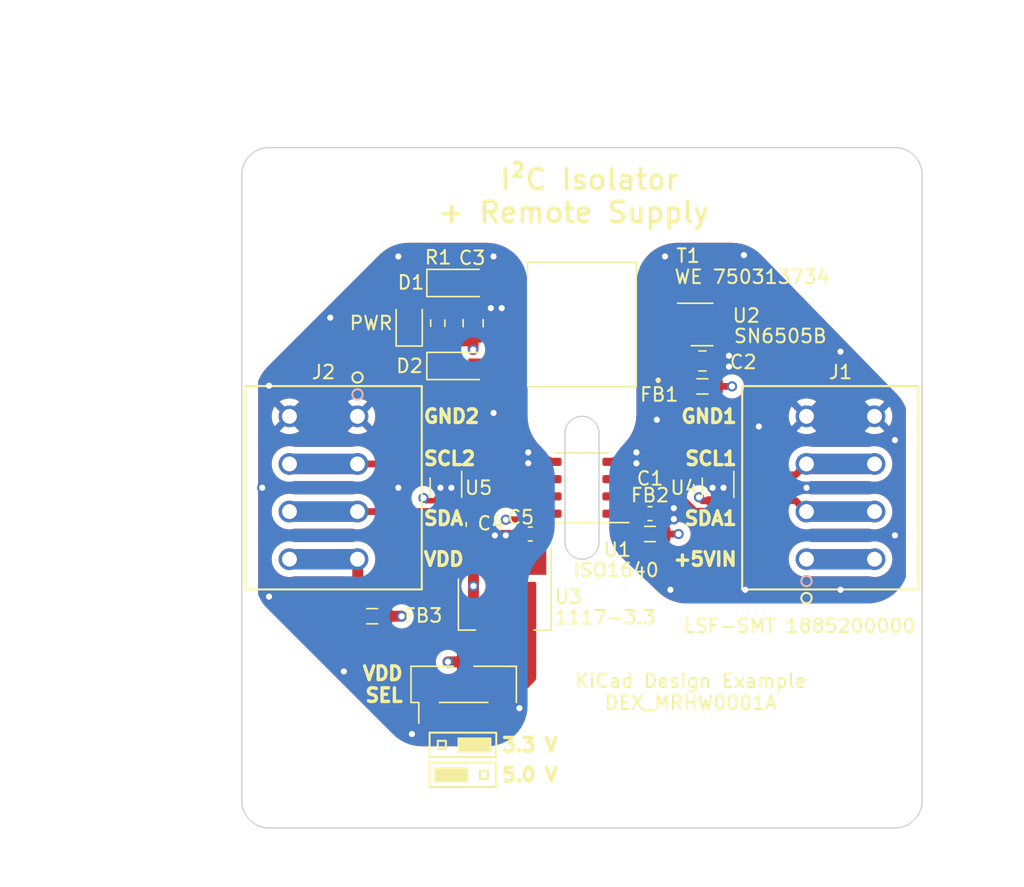
<source format=kicad_pcb>
(kicad_pcb (version 20201116) (generator pcbnew)
  (title_block (title "DEX_MRHW0001A") (date "2020-11-21") (rev "A") (comment 1 "https://github.com/MisterHW/KiCad-Design-Examples") (comment 2 "KiCad Design Example 0001: Digital Isolator"))
  (layers (0 "F.Cu" signal) (1 "In1.Cu" signal) (2 "In2.Cu" signal) (31 "B.Cu" signal) (34 "B.Paste" user) (35 "F.Paste" user) (36 "B.SilkS" user "B.Silkscreen") (37 "F.SilkS" user "F.Silkscreen") (38 "B.Mask" user) (39 "F.Mask" user) (44 "Edge.Cuts" user))
  (net 0 "")
  (net 1 "GND1")
  (net 2 "Net-(C1-Pad1)")
  (net 3 "Net-(C2-Pad2)")
  (net 4 "Net-(C3-Pad2)")
  (net 5 "/SCL1")
  (net 6 "/SDA1")
  (net 7 "Net-(D1-Pad2)")
  (net 8 "GND2")
  (net 9 "Net-(D2-Pad2)")
  (net 10 "Net-(FB1-Pad2)")
  (net 11 "Net-(C5-Pad2)")
  (net 12 "/SDA2")
  (net 13 "Net-(U2-Pad6)")
  (net 14 "/SCL2")
  (net 15 "Net-(JP1-Pad3)")
  (net 16 "Net-(FB3-Pad1)")
  (net 17 "Net-(T1-Pad3)")
  (net 18 "Net-(T1-Pad1)")
  (net 19 "Net-(U4-Pad3)")
  (net 20 "Net-(U5-Pad3)")
  (net 21 "Net-(LED1-Pad2)")
  (footprint "Diode_SMD:D_SOD-123F" (layer "F.Cu") (at 135.8 79.95)
    (fp_text reference "D1" (at -3.367 -0.035) (layer "F.SilkS"))
    (fp_text value "PMEG4010EH")
    (fp_line (start -2.2 1) (end 1.65 1) (layer "F.SilkS") (width 0.12))
    (fp_line (start -2.2 -1) (end -2.2 1) (layer "F.SilkS") (width 0.12))
    (fp_line (start -2.2 -1) (end 1.65 -1) (layer "F.SilkS") (width 0.12))
    (pad "1" smd rect (at -1.4 0) (size 1.1 1.1) (layers "F.Cu" "F.Paste" "F.Mask") (net 4 "Net-(C3-Pad2)"))
    (pad "2" smd rect (at 1.4 0) (size 1.1 1.1) (layers "F.Cu" "F.Paste" "F.Mask") (net 7 "Net-(D1-Pad2)"))
  )
  (footprint "Capacitor_SMD:C_0603_1608Metric" (layer "F.Cu") (at 141.2 98.4)
    (fp_text reference "C5" (at -0.7 -1.23) (layer "F.SilkS"))
    (fp_text value "100nF")
    (fp_line (start -0.14058 -0.51) (end 0.14058 -0.51) (layer "F.SilkS") (width 0.12))
    (fp_line (start -0.14058 0.51) (end 0.14058 0.51) (layer "F.SilkS") (width 0.12))
    (pad "1" smd roundrect (at -0.775 0) (size 0.9 0.95) (layers "F.Cu" "F.Paste" "F.Mask") (net 8 "GND2"))
    (pad "2" smd roundrect (at 0.775 0) (size 0.9 0.95) (layers "F.Cu" "F.Paste" "F.Mask") (net 11 "Net-(C5-Pad2)"))
  )
  (footprint "Resistor_SMD:R_0603_1608Metric" (layer "F.Cu") (at 134.4 82.9 90)
    (fp_text reference "R1" (at 4.83 0.025) (layer "F.SilkS"))
    (fp_text value "2.2k")
    (fp_line (start -0.237258 -0.5225) (end 0.237258 -0.5225) (layer "F.SilkS") (width 0.12))
    (fp_line (start -0.237258 0.5225) (end 0.237258 0.5225) (layer "F.SilkS") (width 0.12))
    (pad "1" smd roundrect (at -0.825 0 90) (size 0.8 0.95) (layers "F.Cu" "F.Paste" "F.Mask") (net 4 "Net-(C3-Pad2)"))
    (pad "2" smd roundrect (at 0.825 0 90) (size 0.8 0.95) (layers "F.Cu" "F.Paste" "F.Mask") (net 21 "Net-(LED1-Pad2)"))
  )
  (footprint "Capacitor_SMD:C_0805_2012Metric" (layer "F.Cu") (at 137 82.9 -90)
    (fp_text reference "C3" (at -4.795 0.075) (layer "F.SilkS"))
    (fp_text value "10uF")
    (fp_line (start -0.261252 -0.735) (end 0.261252 -0.735) (layer "F.SilkS") (width 0.12))
    (fp_line (start -0.261252 0.735) (end 0.261252 0.735) (layer "F.SilkS") (width 0.12))
    (pad "1" smd roundrect (at -0.95 0 270) (size 1 1.45) (layers "F.Cu" "F.Paste" "F.Mask") (net 8 "GND2"))
    (pad "2" smd roundrect (at 0.95 0 270) (size 1 1.45) (layers "F.Cu" "F.Paste" "F.Mask") (net 4 "Net-(C3-Pad2)"))
  )
  (footprint "Capacitor_SMD:C_0805_2012Metric" (layer "F.Cu") (at 153.85 85.68 180)
    (fp_text reference "C2" (at -3 -0.08) (layer "F.SilkS"))
    (fp_text value "10uF")
    (fp_line (start -0.261252 0.735) (end 0.261252 0.735) (layer "F.SilkS") (width 0.12))
    (fp_line (start -0.261252 -0.735) (end 0.261252 -0.735) (layer "F.SilkS") (width 0.12))
    (pad "1" smd roundrect (at -0.95 0 180) (size 1 1.45) (layers "F.Cu" "F.Paste" "F.Mask") (net 1 "GND1"))
    (pad "2" smd roundrect (at 0.95 0 180) (size 1 1.45) (layers "F.Cu" "F.Paste" "F.Mask") (net 3 "Net-(C2-Pad2)"))
  )
  (footprint "Package_TO_SOT_SMD:SOT-23-6" (layer "F.Cu") (at 153.825 83)
    (fp_text reference "U2" (at 3.25 -0.65) (layer "F.SilkS"))
    (fp_text value "SN6505B" (at 5.75 0.85) (layer "F.SilkS"))
    (fp_line (start 0 1.56) (end -0.8 1.56) (layer "F.SilkS") (width 0.12))
    (fp_line (start 0 1.56) (end 0.8 1.56) (layer "F.SilkS") (width 0.12))
    (fp_line (start 0 -1.56) (end 0.8 -1.56) (layer "F.SilkS") (width 0.12))
    (fp_line (start 0 -1.56) (end -1.8 -1.56) (layer "F.SilkS") (width 0.12))
    (pad "1" smd roundrect (at -1.1375 -0.95) (size 1.325 0.6) (layers "F.Cu" "F.Paste" "F.Mask") (net 17 "Net-(T1-Pad3)"))
    (pad "2" smd roundrect (at -1.1375 0) (size 1.325 0.6) (layers "F.Cu" "F.Paste" "F.Mask") (net 3 "Net-(C2-Pad2)"))
    (pad "3" smd roundrect (at -1.1375 0.95) (size 1.325 0.6) (layers "F.Cu" "F.Paste" "F.Mask") (net 18 "Net-(T1-Pad1)"))
    (pad "4" smd roundrect (at 1.1375 0.95) (size 1.325 0.6) (layers "F.Cu" "F.Paste" "F.Mask") (net 1 "GND1"))
    (pad "5" smd roundrect (at 1.1375 0) (size 1.325 0.6) (layers "F.Cu" "F.Paste" "F.Mask") (net 3 "Net-(C2-Pad2)"))
    (pad "6" smd roundrect (at 1.1375 -0.95) (size 1.325 0.6) (layers "F.Cu" "F.Paste" "F.Mask") (net 13 "Net-(U2-Pad6)"))
  )
  (footprint "Connector_PinHeader_2.54mm:PinHeader_1x03_P2.54mm_Vertical_SMD_Pin1Left" (layer "F.Cu") (at 136.305 109.45 90)
    (fp_text reference "JP1" hide)
    (fp_text value "Jumper_3_Bridged12" hide)
    (fp_line (start -1.33 3.87) (end 1.33 3.87) (layer "F.SilkS") (width 0.12))
    (fp_line (start -1.33 -1.78) (end -1.33 1.78) (layer "F.SilkS") (width 0.12))
    (fp_line (start 1.33 0.76) (end 1.33 3.87) (layer "F.SilkS") (width 0.12))
    (fp_line (start -1.33 -3.3) (end -2.85 -3.3) (layer "F.SilkS") (width 0.12))
    (fp_line (start 1.33 -3.87) (end 1.33 -0.76) (layer "F.SilkS") (width 0.12))
    (fp_line (start -1.33 -3.87) (end -1.33 -3.3) (layer "F.SilkS") (width 0.12))
    (fp_line (start 1.33 3.3) (end 1.33 3.87) (layer "F.SilkS") (width 0.12))
    (fp_line (start -1.33 -3.87) (end 1.33 -3.87) (layer "F.SilkS") (width 0.12))
    (pad "1" smd rect (at -1.655 -2.54 90) (size 2.51 1) (layers "F.Cu" "F.Paste" "F.Mask") (net 4 "Net-(C3-Pad2)"))
    (pad "2" smd rect (at 1.655 0 90) (size 2.51 1) (layers "F.Cu" "F.Paste" "F.Mask") (net 11 "Net-(C5-Pad2)"))
    (pad "3" smd rect (at -1.655 2.54 90) (size 2.51 1) (layers "F.Cu" "F.Paste" "F.Mask") (net 15 "Net-(JP1-Pad3)"))
  )
  (footprint "Package_TO_SOT_SMD:SOT-363_SC-70-6" (layer "F.Cu") (at 135 95 -90)
    (fp_text reference "U5" (at 0 -2.4 180) (layer "F.SilkS"))
    (fp_text value "NUP2202")
    (fp_line (start -0.7 1.16) (end 0.7 1.16) (layer "F.SilkS") (width 0.12))
    (fp_line (start 0.7 -1.16) (end -1.2 -1.16) (layer "F.SilkS") (width 0.12))
    (pad "1" smd rect (at -0.95 -0.65 270) (size 0.65 0.4) (layers "F.Cu" "F.Paste" "F.Mask") (net 14 "/SCL2"))
    (pad "2" smd rect (at -0.95 0 270) (size 0.65 0.4) (layers "F.Cu" "F.Paste" "F.Mask") (net 8 "GND2"))
    (pad "3" smd rect (at -0.95 0.65 270) (size 0.65 0.4) (layers "F.Cu" "F.Paste" "F.Mask") (net 20 "Net-(U5-Pad3)"))
    (pad "4" smd rect (at 0.95 0.65 270) (size 0.65 0.4) (layers "F.Cu" "F.Paste" "F.Mask") (net 11 "Net-(C5-Pad2)"))
    (pad "5" smd rect (at 0.95 0 270) (size 0.65 0.4) (layers "F.Cu" "F.Paste" "F.Mask") (net 11 "Net-(C5-Pad2)"))
    (pad "6" smd rect (at 0.95 -0.65 270) (size 0.65 0.4) (layers "F.Cu" "F.Paste" "F.Mask") (net 12 "/SDA2"))
  )
  (footprint "MountingHole:MountingHole_4.3mm_M4_ISO14580" (layer "F.Cu") (at 165 115)
    (fp_text reference "H1")
    (fp_text value "M4 NPTH")
    (pad "1" np_thru_hole circle (at 0 0) (size 4.3 4.3) (drill 4.3) (layers *.Cu *.Mask))
  )
  (footprint "Package_TO_SOT_SMD:SOT-363_SC-70-6" (layer "F.Cu") (at 155 95 -90)
    (fp_text reference "U4" (at 0 2.5 180) (layer "F.SilkS"))
    (fp_text value "NUP2202")
    (fp_line (start -0.7 1.16) (end 0.7 1.16) (layer "F.SilkS") (width 0.12))
    (fp_line (start 0.7 -1.16) (end -1.2 -1.16) (layer "F.SilkS") (width 0.12))
    (pad "1" smd rect (at -0.95 -0.65 270) (size 0.65 0.4) (layers "F.Cu" "F.Paste" "F.Mask") (net 5 "/SCL1"))
    (pad "2" smd rect (at -0.95 0 270) (size 0.65 0.4) (layers "F.Cu" "F.Paste" "F.Mask") (net 1 "GND1"))
    (pad "3" smd rect (at -0.95 0.65 270) (size 0.65 0.4) (layers "F.Cu" "F.Paste" "F.Mask") (net 19 "Net-(U4-Pad3)"))
    (pad "4" smd rect (at 0.95 0.65 270) (size 0.65 0.4) (layers "F.Cu" "F.Paste" "F.Mask") (net 10 "Net-(FB1-Pad2)"))
    (pad "5" smd rect (at 0.95 0 270) (size 0.65 0.4) (layers "F.Cu" "F.Paste" "F.Mask") (net 10 "Net-(FB1-Pad2)"))
    (pad "6" smd rect (at 0.95 -0.65 270) (size 0.65 0.4) (layers "F.Cu" "F.Paste" "F.Mask") (net 6 "/SDA1"))
  )
  (footprint "Inductor_SMD:L_0805_2012Metric" (layer "F.Cu") (at 129.58 104.44)
    (fp_text reference "FB3" (at 3.75 -0.05) (layer "F.SilkS"))
    (fp_text value "FB")
    (fp_line (start -0.399622 0.56) (end 0.399622 0.56) (layer "F.SilkS") (width 0.12))
    (fp_line (start -0.399622 -0.56) (end 0.399622 -0.56) (layer "F.SilkS") (width 0.12))
    (pad "1" smd roundrect (at -1.0625 0) (size 0.875 1.2) (layers "F.Cu" "F.Paste" "F.Mask") (net 16 "Net-(FB3-Pad1)"))
    (pad "2" smd roundrect (at 1.0625 0) (size 0.875 1.2) (layers "F.Cu" "F.Paste" "F.Mask") (net 11 "Net-(C5-Pad2)"))
  )
  (footprint "Jumper_Shunt:Jumper_Shunt_2.54mm" (layer "F.Cu") (at 137.555 109.45 90)
    (fp_text reference "JS1" hide)
    (fp_text value "Jumper_Shunt" hide)
  )
  (footprint "MountingHole:MountingHole_4.3mm_M4_ISO14580" (layer "F.Cu") (at 125 75)
    (fp_text reference "H3")
    (fp_text value "M4 NPTH")
    (pad "1" np_thru_hole circle (at 0 0) (size 4.3 4.3) (drill 4.3) (layers *.Cu *.Mask))
  )
  (footprint "MountingHole:MountingHole_4.3mm_M4_ISO14580" (layer "F.Cu") (at 125 115)
    (fp_text reference "H4")
    (fp_text value "M4 NPTH")
    (pad "1" np_thru_hole circle (at 0 0) (size 4.3 4.3) (drill 4.3) (layers *.Cu *.Mask))
  )
  (footprint "Package_SO:SOIC-8_3.9x4.9mm_P1.27mm" (layer "F.Cu") (at 145 95 180)
    (fp_text reference "U1" (at -2.6 -4.55) (layer "F.SilkS"))
    (fp_text value "ISO1640" (at -2.5 -6.05) (layer "F.SilkS"))
    (fp_line (start 0 2.56) (end -1.95 2.56) (layer "F.SilkS") (width 0.12))
    (fp_line (start 0 2.56) (end 1.95 2.56) (layer "F.SilkS") (width 0.12))
    (fp_line (start 0 -2.56) (end 1.95 -2.56) (layer "F.SilkS") (width 0.12))
    (fp_line (start 0 -2.56) (end -3.45 -2.56) (layer "F.SilkS") (width 0.12))
    (pad "1" smd roundrect (at -2.475 -1.905 180) (size 1.95 0.6) (layers "F.Cu" "F.Paste" "F.Mask") (net 2 "Net-(C1-Pad1)"))
    (pad "2" smd roundrect (at -2.475 -0.635 180) (size 1.95 0.6) (layers "F.Cu" "F.Paste" "F.Mask") (net 6 "/SDA1"))
    (pad "3" smd roundrect (at -2.475 0.635 180) (size 1.95 0.6) (layers "F.Cu" "F.Paste" "F.Mask") (net 5 "/SCL1"))
    (pad "4" smd roundrect (at -2.475 1.905 180) (size 1.95 0.6) (layers "F.Cu" "F.Paste" "F.Mask") (net 1 "GND1"))
    (pad "5" smd roundrect (at 2.475 1.905 180) (size 1.95 0.6) (layers "F.Cu" "F.Paste" "F.Mask") (net 8 "GND2"))
    (pad "6" smd roundrect (at 2.475 0.635 180) (size 1.95 0.6) (layers "F.Cu" "F.Paste" "F.Mask") (net 14 "/SCL2"))
    (pad "7" smd roundrect (at 2.475 -0.635 180) (size 1.95 0.6) (layers "F.Cu" "F.Paste" "F.Mask") (net 12 "/SDA2"))
    (pad "8" smd roundrect (at 2.475 -1.905 180) (size 1.95 0.6) (layers "F.Cu" "F.Paste" "F.Mask") (net 11 "Net-(C5-Pad2)"))
  )
  (footprint "Inductor_SMD:L_0805_2012Metric" (layer "F.Cu") (at 153.85 87.55)
    (fp_text reference "FB1" (at -3.175 0.6) (layer "F.SilkS"))
    (fp_text value "FB")
    (fp_line (start -0.399622 0.56) (end 0.399622 0.56) (layer "F.SilkS") (width 0.12))
    (fp_line (start -0.399622 -0.56) (end 0.399622 -0.56) (layer "F.SilkS") (width 0.12))
    (pad "1" smd roundrect (at -1.0625 0) (size 0.875 1.2) (layers "F.Cu" "F.Paste" "F.Mask") (net 3 "Net-(C2-Pad2)"))
    (pad "2" smd roundrect (at 1.0625 0) (size 0.875 1.2) (layers "F.Cu" "F.Paste" "F.Mask") (net 10 "Net-(FB1-Pad2)"))
  )
  (footprint "TerminalBlock_Weidmueller:1885200000" (layer "F.Cu") (at 126 95 -90)
    (fp_text reference "J2" (at -8.5 0 180) (layer "F.SilkS"))
    (fp_text value "LSF-SMT 1885200000")
    (fp_circle (center -6.857502 -2.5) (end -6.476502 -2.5) (layer "B.SilkS") (width 0.1524) (fill none))
    (fp_line (start -7.472502 5.726999) (end 7.472502 5.726999) (layer "F.SilkS") (width 0.1524))
    (fp_line (start 7.472502 5.726999) (end 7.472502 -7.227001) (layer "F.SilkS") (width 0.1524))
    (fp_line (start -7.472502 -7.227001) (end -7.472502 5.726999) (layer "F.SilkS") (width 0.1524))
    (fp_line (start 7.472502 -7.227001) (end -7.472502 -7.227001) (layer "F.SilkS") (width 0.1524))
    (fp_circle (center -8.107502 -2.5) (end -7.726502 -2.5) (layer "F.SilkS") (width 0.1524) (fill none))
    (pad "1" thru_hole circle (at -5.25 -2.5 270) (size 1.6002 1.6002) (drill 1.0922) (layers *.Cu *.Mask) (net 8 "GND2"))
    (pad "2" thru_hole circle (at -5.25 2.5 270) (size 1.6002 1.6002) (drill 1.0922) (layers *.Cu *.Mask) (net 8 "GND2"))
    (pad "3" thru_hole circle (at -1.749999 -2.5 270) (size 1.6002 1.6002) (drill 1.0922) (layers *.Cu *.Mask) (net 14 "/SCL2"))
    (pad "4" thru_hole circle (at -1.749999 2.5 270) (size 1.6002 1.6002) (drill 1.0922) (layers *.Cu *.Mask) (net 14 "/SCL2"))
    (pad "5" thru_hole circle (at 1.750001 -2.5 270) (size 1.6002 1.6002) (drill 1.0922) (layers *.Cu *.Mask) (net 12 "/SDA2"))
    (pad "6" thru_hole circle (at 1.750001 2.5 270) (size 1.6002 1.6002) (drill 1.0922) (layers *.Cu *.Mask) (net 12 "/SDA2"))
    (pad "7" thru_hole circle (at 5.250002 -2.5 270) (size 1.6002 1.6002) (drill 1.0922) (layers *.Cu *.Mask) (net 16 "Net-(FB3-Pad1)"))
    (pad "8" thru_hole circle (at 5.250002 2.5 270) (size 1.6002 1.6002) (drill 1.0922) (layers *.Cu *.Mask) (net 16 "Net-(FB3-Pad1)"))
  )
  (footprint "Inductor_SMD:L_0805_2012Metric" (layer "F.Cu") (at 150 98.4)
    (fp_text reference "FB2" (at 0 -2.85) (layer "F.SilkS"))
    (fp_text value "FB")
    (fp_line (start -0.399622 0.56) (end 0.399622 0.56) (layer "F.SilkS") (width 0.12))
    (fp_line (start -0.399622 -0.56) (end 0.399622 -0.56) (layer "F.SilkS") (width 0.12))
    (pad "1" smd roundrect (at -1.0625 0) (size 0.875 1.2) (layers "F.Cu" "F.Paste" "F.Mask") (net 2 "Net-(C1-Pad1)"))
    (pad "2" smd roundrect (at 1.0625 0) (size 0.875 1.2) (layers "F.Cu" "F.Paste" "F.Mask") (net 10 "Net-(FB1-Pad2)"))
  )
  (footprint "Package_TO_SOT_SMD:SOT-223-3_TabPin2" (layer "F.Cu") (at 139.325 103.55 -90)
    (fp_text reference "U3" (at -0.525 -4.675 180) (layer "F.SilkS"))
    (fp_text value "1117-3.3" (at 0.975 -7.4 180) (layer "F.SilkS"))
    (fp_line (start -4.1 -3.41) (end 1.91 -3.41) (layer "F.SilkS") (width 0.12))
    (fp_line (start 1.91 3.41) (end 1.91 2.15) (layer "F.SilkS") (width 0.12))
    (fp_line (start 1.91 -3.41) (end 1.91 -2.15) (layer "F.SilkS") (width 0.12))
    (fp_line (start -1.85 3.41) (end 1.91 3.41) (layer "F.SilkS") (width 0.12))
    (pad "1" smd rect (at -3.15 -2.3 270) (size 2 1.5) (layers "F.Cu" "F.Paste" "F.Mask") (net 8 "GND2"))
    (pad "2" smd rect (at 3.15 0 270) (size 2 3.8) (layers "F.Cu" "F.Paste" "F.Mask") (net 15 "Net-(JP1-Pad3)"))
    (pad "2" smd rect (at -3.15 0 270) (size 2 1.5) (layers "F.Cu" "F.Paste" "F.Mask") (net 15 "Net-(JP1-Pad3)"))
    (pad "3" smd rect (at -3.15 2.3 270) (size 2 1.5) (layers "F.Cu" "F.Paste" "F.Mask") (net 4 "Net-(C3-Pad2)"))
  )
  (footprint "Capacitor_SMD:C_0603_1608Metric" (layer "F.Cu") (at 137 97.7 -90)
    (fp_text reference "C4" (at -0.08 -1.3 180) (layer "F.SilkS"))
    (fp_text value "100nF")
    (fp_line (start -0.14058 0.51) (end 0.14058 0.51) (layer "F.SilkS") (width 0.12))
    (fp_line (start -0.14058 -0.51) (end 0.14058 -0.51) (layer "F.SilkS") (width 0.12))
    (pad "1" smd roundrect (at -0.775 0 270) (size 0.9 0.95) (layers "F.Cu" "F.Paste" "F.Mask") (net 8 "GND2"))
    (pad "2" smd roundrect (at 0.775 0 270) (size 0.9 0.95) (layers "F.Cu" "F.Paste" "F.Mask") (net 4 "Net-(C3-Pad2)"))
  )
  (footprint "MountingHole:MountingHole_4.3mm_M4_ISO14580" (layer "F.Cu") (at 165 75)
    (fp_text reference "H2")
    (fp_text value "M4 NPTH")
    (pad "1" np_thru_hole circle (at 0 0) (size 4.3 4.3) (drill 4.3) (layers *.Cu *.Mask))
  )
  (footprint "TerminalBlock_Weidmueller:1885200000" (layer "F.Cu") (at 164 95 90)
    (fp_text reference "J1" (at 8.5 0) (layer "F.SilkS"))
    (fp_text value "LSF-SMT 1885200000" (at -10.15 -3 180) (layer "F.SilkS"))
    (fp_circle (center -6.857502 -2.5) (end -6.476502 -2.5) (layer "B.SilkS") (width 0.1524) (fill none))
    (fp_line (start -7.472502 -7.227001) (end -7.472502 5.726999) (layer "F.SilkS") (width 0.1524))
    (fp_line (start 7.472502 -7.227001) (end -7.472502 -7.227001) (layer "F.SilkS") (width 0.1524))
    (fp_line (start 7.472502 5.726999) (end 7.472502 -7.227001) (layer "F.SilkS") (width 0.1524))
    (fp_line (start -7.472502 5.726999) (end 7.472502 5.726999) (layer "F.SilkS") (width 0.1524))
    (fp_circle (center -8.107502 -2.5) (end -7.726502 -2.5) (layer "F.SilkS") (width 0.1524) (fill none))
    (pad "1" thru_hole circle (at -5.25 -2.5 90) (size 1.6002 1.6002) (drill 1.0922) (layers *.Cu *.Mask) (net 10 "Net-(FB1-Pad2)"))
    (pad "2" thru_hole circle (at -5.25 2.5 90) (size 1.6002 1.6002) (drill 1.0922) (layers *.Cu *.Mask) (net 10 "Net-(FB1-Pad2)"))
    (pad "3" thru_hole circle (at -1.749999 -2.5 90) (size 1.6002 1.6002) (drill 1.0922) (layers *.Cu *.Mask) (net 6 "/SDA1"))
    (pad "4" thru_hole circle (at -1.749999 2.5 90) (size 1.6002 1.6002) (drill 1.0922) (layers *.Cu *.Mask) (net 6 "/SDA1"))
    (pad "5" thru_hole circle (at 1.750001 -2.5 90) (size 1.6002 1.6002) (drill 1.0922) (layers *.Cu *.Mask) (net 5 "/SCL1"))
    (pad "6" thru_hole circle (at 1.750001 2.5 90) (size 1.6002 1.6002) (drill 1.0922) (layers *.Cu *.Mask) (net 5 "/SCL1"))
    (pad "7" thru_hole circle (at 5.250002 -2.5 90) (size 1.6002 1.6002) (drill 1.0922) (layers *.Cu *.Mask) (net 1 "GND1"))
    (pad "8" thru_hole circle (at 5.250002 2.5 90) (size 1.6002 1.6002) (drill 1.0922) (layers *.Cu *.Mask) (net 1 "GND1"))
  )
  (footprint "LED_SMD:LED_0805_2012Metric" (layer "F.Cu") (at 132.3 82.9 90)
    (fp_text reference "LED1" hide)
    (fp_text value "AMB")
    (fp_text user "PWR" (at 0 -2.8 unlocked) (layer "F.SilkS"))
    (fp_line (start -1.685 0.96) (end 1 0.96) (layer "F.SilkS") (width 0.12))
    (fp_line (start -1.685 -0.96) (end -1.685 0.96) (layer "F.SilkS") (width 0.12))
    (fp_line (start 1 -0.96) (end -1.685 -0.96) (layer "F.SilkS") (width 0.12))
    (pad "1" smd roundrect (at -0.9375 0 90) (size 0.975 1.4) (layers "F.Cu" "F.Paste" "F.Mask") (net 8 "GND2"))
    (pad "2" smd roundrect (at 0.9375 0 90) (size 0.975 1.4) (layers "F.Cu" "F.Paste" "F.Mask") (net 21 "Net-(LED1-Pad2)"))
  )
  (footprint "Diode_SMD:D_SOD-123F" (layer "F.Cu") (at 135.8 86.05)
    (fp_text reference "D2" (at -3.477 -0.005) (layer "F.SilkS"))
    (fp_text value "PMEG4010EH")
    (fp_line (start -2.2 1) (end 1.65 1) (layer "F.SilkS") (width 0.12))
    (fp_line (start -2.2 -1) (end -2.2 1) (layer "F.SilkS") (width 0.12))
    (fp_line (start -2.2 -1) (end 1.65 -1) (layer "F.SilkS") (width 0.12))
    (pad "1" smd rect (at -1.4 0) (size 1.1 1.1) (layers "F.Cu" "F.Paste" "F.Mask") (net 4 "Net-(C3-Pad2)"))
    (pad "2" smd rect (at 1.4 0) (size 1.1 1.1) (layers "F.Cu" "F.Paste" "F.Mask") (net 9 "Net-(D2-Pad2)"))
  )
  (footprint "Capacitor_SMD:C_0603_1608Metric" (layer "F.Cu") (at 150 96.9)
    (fp_text reference "C1" (at 0 -2.58) (layer "F.SilkS"))
    (fp_text value "100nF")
    (fp_line (start -0.14058 0.51) (end 0.14058 0.51) (layer "F.SilkS") (width 0.12))
    (fp_line (start -0.14058 -0.51) (end 0.14058 -0.51) (layer "F.SilkS") (width 0.12))
    (pad "1" smd roundrect (at -0.775 0) (size 0.9 0.95) (layers "F.Cu" "F.Paste" "F.Mask") (net 2 "Net-(C1-Pad1)"))
    (pad "2" smd roundrect (at 0.775 0) (size 0.9 0.95) (layers "F.Cu" "F.Paste" "F.Mask") (net 1 "GND1"))
  )
  (footprint "Transformer_MID_PPTI:WE_MID_PPTI_8.0x9.1x7.6" (layer "F.Cu") (at 145 83 180)
    (fp_text reference "T1" (at -7.802 5.05) (layer "F.SilkS"))
    (fp_text value "WE 750313734" (at -12.502 3.5) (layer "F.SilkS"))
    (fp_line (start -4 4.57) (end -4 -4.57) (layer "F.SilkS") (width 0.1))
    (fp_line (start 4 4.57) (end -4 4.57) (layer "F.SilkS") (width 0.1))
    (fp_line (start -5.6 -4.2) (end -5.6 -4.2) (layer "F.SilkS") (width 0.2))
    (fp_line (start -4 -4.57) (end 4 -4.57) (layer "F.SilkS") (width 0.1))
    (fp_line (start 4 -4.57) (end 4 4.57) (layer "F.SilkS") (width 0.1))
    (fp_line (start -5.6 -4) (end -5.6 -4) (layer "F.SilkS") (width 0.2))
    (fp_arc (start -5.6 -4.1) (end -5.6 -4.2) (angle 180) (layer "F.SilkS") (width 0.2))
    (fp_arc (start -5.6 -4.1) (end -5.6 -4) (angle 180) (layer "F.SilkS") (width 0.2))
    (pad "1" smd rect (at -5.655 -3.05 270) (size 1.14 1.9) (layers "F.Cu" "F.Paste" "F.Mask") (net 18 "Net-(T1-Pad1)"))
    (pad "2" smd rect (at -5.655 0 270) (size 1.14 1.9) (layers "F.Cu" "F.Paste" "F.Mask") (net 3 "Net-(C2-Pad2)"))
    (pad "3" smd rect (at -5.655 3.05 270) (size 1.14 1.9) (layers "F.Cu" "F.Paste" "F.Mask") (net 17 "Net-(T1-Pad3)"))
    (pad "4" smd rect (at 5.655 3.05 270) (size 1.14 1.9) (layers "F.Cu" "F.Paste" "F.Mask") (net 7 "Net-(D1-Pad2)"))
    (pad "5" smd rect (at 5.655 0 270) (size 1.14 1.9) (layers "F.Cu" "F.Paste" "F.Mask") (net 8 "GND2"))
    (pad "6" smd rect (at 5.655 -3.05 270) (size 1.14 1.9) (layers "F.Cu" "F.Paste" "F.Mask") (net 9 "Net-(D2-Pad2)"))
  )
  (gr_poly (pts (xy 138.3 114.4) (xy 135.9 114.4) (xy 135.9 113.4) (xy 138.3 113.4)) (layer "F.SilkS") (width 0.1) (fill solid))
  (gr_rect (start 138.7 117) (end 133.8 115.2) (layer "F.SilkS") (width 0.15) (fill none))
  (gr_rect (start 138.1 116.4) (end 137.5 115.8) (layer "F.SilkS") (width 0.15) (fill none))
  (gr_rect (start 133.8 113) (end 138.7 114.8) (layer "F.SilkS") (width 0.15) (fill none))
  (gr_rect (start 134.4 113.6) (end 135 114.2) (layer "F.SilkS") (width 0.15) (fill none))
  (gr_poly (pts (xy 134.2 115.6) (xy 136.6 115.600002) (xy 136.6 116.6) (xy 134.2 116.6)) (layer "F.SilkS") (width 0.1) (fill solid))
  (gr_arc (start 122 72) (end 122 70) (angle -90) (layer "Edge.Cuts") (width 0.1))
  (gr_line (start 120 118) (end 120 72) (layer "Edge.Cuts") (width 0.1))
  (gr_arc (start 168 118) (end 168 120) (angle -90) (layer "Edge.Cuts") (width 0.1))
  (gr_line (start 146.25 91) (end 146.25 99) (layer "Edge.Cuts") (width 0.1))
  (gr_line (start 143.75 91) (end 143.75 99) (layer "Edge.Cuts") (width 0.1))
  (gr_arc (start 122 118) (end 120 118) (angle -90) (layer "Edge.Cuts") (width 0.1))
  (gr_arc (start 168 72) (end 170 72) (angle -90) (layer "Edge.Cuts") (width 0.1))
  (gr_arc (start 145 99) (end 143.75 99) (angle -180) (layer "Edge.Cuts") (width 0.1))
  (gr_line (start 168 120) (end 122 120) (layer "Edge.Cuts") (width 0.1))
  (gr_line (start 122 70) (end 168 70) (layer "Edge.Cuts") (width 0.1))
  (gr_arc (start 145 91) (end 146.25 91) (angle -180) (layer "Edge.Cuts") (width 0.1))
  (gr_line (start 170 72) (end 170 118) (layer "Edge.Cuts") (width 0.1))
  (gr_text "+5VIN" (at 156.5 100.25) (layer "F.SilkS") (effects (font (size 1 1) (thickness 0.25)) (justify right)))
  (gr_text "GND1" (at 156.5 89.75) (layer "F.SilkS") (effects (font (size 1 1) (thickness 0.25)) (justify right)))
  (gr_text "GND2" (at 133.25 89.75) (layer "F.SilkS") (effects (font (size 1 1) (thickness 0.25)) (justify left)))
  (gr_text "VDD" (at 133.25 100.25) (layer "F.SilkS") (effects (font (size 1 1) (thickness 0.25)) (justify left)))
  (gr_text "SDA" (at 133.25 97.25) (layer "F.SilkS") (effects (font (size 1 1) (thickness 0.25)) (justify left)))
  (gr_text "5.0 V" (at 139 116.1) (layer "F.SilkS") (effects (font (size 1 1) (thickness 0.25)) (justify left)))
  (gr_text "SCL1" (at 156.5 92.85) (layer "F.SilkS") (effects (font (size 1 1) (thickness 0.25)) (justify right)))
  (gr_text "KiCad Design Example\nDEX_MRHW0001A" (at 153 110) (layer "F.SilkS") (effects (font (size 1 1))))
  (gr_text "3.3 V" (at 139 113.9) (layer "F.SilkS") (effects (font (size 1 1) (thickness 0.25)) (justify left)))
  (gr_text "SDA1" (at 156.5 97.25) (layer "F.SilkS") (effects (font (size 1 1) (thickness 0.25)) (justify right)))
  (gr_text "  I²C Isolator\n+ Remote Supply" (at 144.4 73.55) (layer "F.SilkS") (effects (font (size 1.5 1.5) (thickness 0.25))))
  (gr_text "VDD\nSEL" (at 131.95 109.45) (layer "F.SilkS") (effects (font (size 1 1) (thickness 0.25)) (justify right)))
  (gr_text "SCL2" (at 133.25 92.85) (layer "F.SilkS") (effects (font (size 1 1) (thickness 0.25)) (justify left)))
  (segment (start 155.63 85.68) (end 155.8 85.85) (width 0.8) (layer "F.Cu") (net 1))
  (segment (start 154.6 95) (end 155.4 95) (width 0.8) (layer "F.Cu") (net 1))
  (segment (start 147.475 93.095) (end 148.605 93.095) (width 0.8) (layer "F.Cu") (net 1))
  (segment (start 149 93.2) (end 149 92.4) (width 0.8) (layer "F.Cu") (net 1))
  (segment (start 155.8 86.1) (end 155.8 85.85) (width 0.8) (layer "F.Cu") (net 1))
  (segment (start 155.8 85.85) (end 155.8 85.3) (width 0.8) (layer "F.Cu") (net 1))
  (segment (start 150.775 96.9) (end 151.75 96.9) (width 0.8) (layer "F.Cu") (net 1))
  (segment (start 154.575 85.455) (end 154.575 84.3375) (width 0.5) (layer "F.Cu") (net 1))
  (segment (start 151.75 96.9) (end 151.75 96.5) (width 0.8) (layer "F.Cu") (net 1))
  (segment (start 161.5 89.749998) (end 166.5 89.749998) (width 1.5) (layer "F.Cu") (net 1))
  (segment (start 154.6 95) (end 155 94.6) (width 0.4) (layer "F.Cu") (net 1))
  (segment (start 154.8 85.68) (end 155.63 85.68) (width 0.8) (layer "F.Cu") (net 1))
  (segment (start 154.8 85.68) (end 154.575 85.455) (width 0.5) (layer "F.Cu") (net 1))
  (segment (start 155 94.6) (end 155 94.05) (width 0.4) (layer "F.Cu") (net 1))
  (segment (start 154.575 84.3375) (end 154.9625 83.95) (width 0.5) (layer "F.Cu") (net 1))
  (segment (start 155.4 95) (end 155 94.6) (width 0.4) (layer "F.Cu") (net 1))
  (segment (start 151.75 97.3) (end 151.75 96.9) (width 0.8) (layer "F.Cu") (net 1))
  (via (at 161.5 95) (size 0.75) (drill 0.45) (layers "F.Cu" "B.Cu") (net 1))
  (via (at 155.8 85.3) (size 0.75) (drill 0.45) (layers "F.Cu" "B.Cu") (net 1))
  (via (at 157 102.5) (size 0.75) (drill 0.45) (layers "F.Cu" "B.Cu") (net 1))
  (via (at 149 93.2) (size 0.75) (drill 0.45) (layers "F.Cu" "B.Cu") (net 1))
  (via (at 154.6 95) (size 0.75) (drill 0.45) (layers "F.Cu" "B.Cu") (net 1))
  (via (at 151.75 97.3) (size 0.75) (drill 0.45) (layers "F.Cu" "B.Cu") (net 1))
  (via (at 155.4 95) (size 0.75) (drill 0.45) (layers "F.Cu" "B.Cu") (net 1))
  (via (at 151.1 78) (size 0.75) (drill 0.45) (layers "F.Cu" "B.Cu") (net 1))
  (via (at 150.5 90) (size 0.75) (drill 0.45) (layers "F.Cu" "B.Cu") (net 1))
  (via (at 151.5 102.5) (size 0.75) (drill 0.45) (layers "F.Cu" "B.Cu") (net 1))
  (via (at 155.8 86.1) (size 0.75) (drill 0.45) (layers "F.Cu" "B.Cu") (net 1))
  (via (at 164 85) (size 0.75) (drill 0.45) (layers "F.Cu" "B.Cu") (net 1))
  (via (at 164 102.5) (size 0.75) (drill 0.45) (layers "F.Cu" "B.Cu") (net 1))
  (via (at 151.75 96.5) (size 0.75) (drill 0.45) (layers "F.Cu" "B.Cu") (net 1))
  (via (at 168 91.5) (size 0.75) (drill 0.45) (layers "F.Cu" "B.Cu") (net 1))
  (via (at 156.9 77.9) (size 0.75) (drill 0.45) (layers "F.Cu" "B.Cu") (net 1))
  (via (at 168 98.5) (size 0.75) (drill 0.45) (layers "F.Cu" "B.Cu") (net 1))
  (via (at 149 92.4) (size 0.75) (drill 0.45) (layers "F.Cu" "B.Cu") (net 1))
  (via (at 158 90.5) (size 0.75) (drill 0.45) (layers "F.Cu" "B.Cu") (net 1))
  (segment (start 161.5 89.749998) (end 166.5 89.749998) (width 1.5) (layer "B.Cu") (net 1))
  (segment (start 149.225 98.1125) (end 148.9375 98.4) (width 0.5) (layer "F.Cu") (net 2))
  (segment (start 149.22 96.905) (end 149.225 96.9) (width 0.5) (layer "F.Cu") (net 2))
  (segment (start 149.225 96.9) (end 149.225 98.1125) (width 0.5) (layer "F.Cu") (net 2))
  (segment (start 147.48 96.9) (end 147.475 96.905) (width 0.8) (layer "F.Cu") (net 2))
  (segment (start 149.225 96.9) (end 147.48 96.9) (width 0.8) (layer "F.Cu") (net 2))
  (segment (start 152.9 85.68) (end 152.9 87.4375) (width 0.5) (layer "F.Cu") (net 3))
  (segment (start 152.9 87.4375) (end 152.7875 87.55) (width 0.5) (layer "F.Cu") (net 3))
  (segment (start 153.84999 84.73001) (end 153.84999 83.10001) (width 0.5) (layer "F.Cu") (net 3))
  (segment (start 150.655 83) (end 152.6875 83) (width 0.5) (layer "F.Cu") (net 3))
  (segment (start 153.84999 83.10001) (end 153.95 83) (width 0.5) (layer "F.Cu") (net 3))
  (segment (start 153.95 83) (end 154.9625 83) (width 0.5) (layer "F.Cu") (net 3))
  (segment (start 152.6875 83) (end 153.95 83) (width 0.5) (layer "F.Cu") (net 3))
  (segment (start 152.9 85.68) (end 153.84999 84.73001) (width 0.5) (layer "F.Cu") (net 3))
  (segment (start 137 98.475) (end 137 100.375) (width 0.8) (layer "F.Cu") (net 4))
  (segment (start 137 83.95) (end 137 84.85) (width 0.8) (layer "F.Cu") (net 4))
  (segment (start 137.025 102.225) (end 137.025 103.525) (width 0.8) (layer "F.Cu") (net 4))
  (segment (start 134.525 83.6) (end 136.75 83.6) (width 0.5) (layer "F.Cu") (net 4))
  (segment (start 137 100.375) (end 137.025 100.4) (width 0.8) (layer "F.Cu") (net 4))
  (segment (start 137.025 100.4) (end 137.025 102.225) (width 0.8) (layer "F.Cu") (net 4))
  (segment (start 136.95 84.35) (end 136.1 84.35) (width 0.5) (layer "F.Cu") (net 4))
  (segment (start 137 83.95) (end 137 84.3) (width 0.5) (layer "F.Cu") (net 4))
  (segment (start 137.025 103.525) (end 133.765 106.785) (width 0.8) (layer "F.Cu") (net 4))
  (segment (start 137 83.95) (end 137 83.85) (width 0.5) (layer "F.Cu") (net 4))
  (segment (start 137 84.3) (end 136.95 84.35) (width 0.5) (layer "F.Cu") (net 4))
  (segment (start 135.7 81.25) (end 134.4 79.95) (width 0.5) (layer "F.Cu") (net 4))
  (segment (start 136.875 83.725) (end 137 83.85) (width 0.5) (layer "F.Cu") (net 4))
  (segment (start 133.765 106.785) (end 133.765 111.105) (width 0.8) (layer "F.Cu") (net 4))
  (segment (start 134.4 83.725) (end 134.525 83.6) (width 0.5) (layer "F.Cu") (net 4))
  (segment (start 136.1 84.35) (end 134.4 86.05) (width 0.5) (layer "F.Cu") (net 4))
  (segment (start 136.75 83.6) (end 137 83.85) (width 0.5) (layer "F.Cu") (net 4))
  (segment (start 135.6 83.6) (end 135.7 83.5) (width 0.5) (layer "F.Cu") (net 4))
  (segment (start 135.7 83.5) (end 135.7 81.25) (width 0.5) (layer "F.Cu") (net 4))
  (via (at 137.025 102.225) (size 0.75) (drill 0.45) (layers "F.Cu" "B.Cu") (net 4))
  (via (at 137 84.85) (size 0.75) (drill 0.45) (layers "F.Cu" "B.Cu") (net 4))
  (segment (start 155.65 93.538588) (end 155.65 94.05) (width 0.5) (layer "F.Cu") (net 5))
  (segment (start 152.235 94.365) (end 153.32501 93.27499) (width 0.5) (layer "F.Cu") (net 5))
  (segment (start 161.5 93.249999) (end 160.699999 94.05) (width 0.5) (layer "F.Cu") (net 5))
  (segment (start 160.699999 94.05) (end 155.65 94.05) (width 0.5) (layer "F.Cu") (net 5))
  (segment (start 153.32501 93.27499) (end 155.386402 93.27499) (width 0.5) (layer "F.Cu") (net 5))
  (segment (start 147.475 94.365) (end 152.235 94.365) (width 0.5) (layer "F.Cu") (net 5))
  (segment (start 155.386402 93.27499) (end 155.65 93.538588) (width 0.5) (layer "F.Cu") (net 5))
  (segment (start 161.5 93.249999) (end 166.5 93.249999) (width 1.5) (layer "F.Cu") (net 5))
  (segment (start 161.5 93.249999) (end 166.5 93.249999) (width 1.5) (layer "B.Cu") (net 5))
  (segment (start 155.386402 96.72501) (end 155.65 96.461412) (width 0.5) (layer "F.Cu") (net 6))
  (segment (start 153.294304 96.72501) (end 155.386402 96.72501) (width 0.5) (layer "F.Cu") (net 6))
  (segment (start 155.65 96.461412) (end 155.65 95.95) (width 0.5) (layer "F.Cu") (net 6))
  (segment (start 147.475 95.635) (end 152.204294 95.635) (width 0.5) (layer "F.Cu") (net 6))
  (segment (start 160.700001 95.95) (end 155.65 95.95) (width 0.5) (layer "F.Cu") (net 6))
  (segment (start 152.204294 95.635) (end 153.294304 96.72501) (width 0.5) (layer "F.Cu") (net 6))
  (segment (start 161.5 96.749999) (end 160.700001 95.95) (width 0.5) (layer "F.Cu") (net 6))
  (segment (start 161.5 96.749999) (end 166.5 96.749999) (width 1.5) (layer "F.Cu") (net 6))
  (segment (start 161.5 96.749999) (end 166.5 96.749999) (width 1.5) (layer "B.Cu") (net 6))
  (segment (start 137.2 79.95) (end 139.345 79.95) (width 0.5) (layer "F.Cu") (net 7))
  (segment (start 135 94.6) (end 135.4 95) (width 0.4) (layer "F.Cu") (net 8))
  (segment (start 141.05 93.2) (end 141.05 92.4) (width 0.8) (layer "F.Cu") (net 8))
  (segment (start 140.3 98.5) (end 138.25 98.5) (width 0.8) (layer "F.Cu") (net 8))
  (segment (start 141.625 99.825) (end 140.3 98.5) (width 0.8) (layer "F.Cu") (net 8))
  (segment (start 138.07501 98.32501) (end 138.07501 97.90827) (width 0.8) (layer "F.Cu") (net 8))
  (segment (start 138.25 98.5) (end 138.07501 98.32501) (width 0.8) (layer "F.Cu") (net 8))
  (segment (start 142.525 93.095) (end 141.445 93.095) (width 0.8) (layer "F.Cu") (net 8))
  (segment (start 138.1 83) (end 137.15 82.05) (width 0.5) (layer "F.Cu") (net 8))
  (segment (start 138.07501 97.90827) (end 137.09174 96.925) (width 0.8) (layer "F.Cu") (net 8))
  (segment (start 137.09174 96.925) (end 137 96.925) (width 0.8) (layer "F.Cu") (net 8))
  (segment (start 134.6 95) (end 135.4 95) (width 0.8) (layer "F.Cu") (net 8))
  (segment (start 139.1 81.8) (end 138.3 81.8) (width 0.8) (layer "F.Cu") (net 8))
  (segment (start 139.4 98.5) (end 138.6 98.5) (width 0.8) (layer "F.Cu") (net 8))
  (segment (start 141.625 100.4) (end 141.625 99.825) (width 0.8) (layer "F.Cu") (net 8))
  (segment (start 135 94.05) (end 135 94.6) (width 0.4) (layer "F.Cu") (net 8))
  (segment (start 137.25 81.8) (end 137 82.05) (width 0.8) (layer "F.Cu") (net 8))
  (segment (start 137.15 82.05) (end 137 82.05) (width 0.5) (layer "F.Cu") (net 8))
  (segment (start 138.3 81.8) (end 137.25 81.8) (width 0.8) (layer "F.Cu") (net 8))
  (segment (start 135 94.6) (end 134.6 95) (width 0.4) (layer "F.Cu") (net 8))
  (segment (start 139.345 83) (end 138.1 83) (width 0.5) (layer "F.Cu") (net 8))
  (segment (start 123.5 89.75) (end 128.5 89.75) (width 1.5) (layer "F.Cu") (net 8))
  (via (at 126.5 82.5) (size 0.75) (drill 0.45) (layers "F.Cu" "B.Cu") (net 8))
  (via (at 132.5 113.1) (size 0.75) (drill 0.45) (layers "F.Cu" "B.Cu") (net 8))
  (via (at 140.4 111.2) (size 0.75) (drill 0.45) (layers "F.Cu" "B.Cu") (net 8))
  (via (at 131.5 95) (size 0.75) (drill 0.45) (layers "F.Cu" "B.Cu") (net 8))
  (via (at 141.05 92.4) (size 0.75) (drill 0.45) (layers "F.Cu" "B.Cu") (net 8))
  (via (at 139.1 81.8) (size 0.75) (drill 0.45) (layers "F.Cu" "B.Cu") (net 8))
  (via (at 139.4 98.5) (size 0.75) (drill 0.45) (layers "F.Cu" "B.Cu") (net 8))
  (via (at 134.6 95) (size 0.75) (drill 0.45) (layers "F.Cu" "B.Cu") (net 8))
  (via (at 127.5 108.5) (size 0.75) (drill 0.45) (layers "F.Cu" "B.Cu") (net 8))
  (via (at 122 103) (size 0.75) (drill 0.45) (layers "F.Cu" "B.Cu") (net 8))
  (via (at 138.6 98.5) (size 0.75) (drill 0.45) (layers "F.Cu" "B.Cu") (net 8))
  (via (at 131.5 78) (size 0.75) (drill 0.45) (layers "F.Cu" "B.Cu") (net 8))
  (via (at 122 87.5) (size 0.75) (drill 0.45) (layers "F.Cu" "B.Cu") (net 8))
  (via (at 121.5 95) (size 0.75) (drill 0.45) (layers "F.Cu" "B.Cu") (net 8))
  (via (at 141.05 93.2) (size 0.75) (drill 0.45) (layers "F.Cu" "B.Cu") (net 8))
  (via (at 135.4 95) (size 0.75) (drill 0.45) (layers "F.Cu" "B.Cu") (net 8))
  (via (at 138.5 78) (size 0.75) (drill 0.45) (layers "F.Cu" "B.Cu") (net 8))
  (via (at 138.3 81.8) (size 0.75) (drill 0.45) (layers "F.Cu" "B.Cu") (net 8))
  (via (at 138.5 89.5) (size 0.75) (drill 0.45) (layers "F.Cu" "B.Cu") (net 8))
  (segment (start 123.5 89.75) (end 128.5 89.75) (width 1.5) (layer "B.Cu") (net 8))
  (segment (start 137.2 86.05) (end 139.345 86.05) (width 0.5) (layer "F.Cu") (net 9))
  (segment (start 161.5 100.25) (end 166.5 100.25) (width 1.5) (layer "F.Cu") (net 10))
  (segment (start 151.0625 98.4) (end 152.1 98.4) (width 0.5) (layer "F.Cu") (net 10))
  (segment (start 153.85 95.95) (end 153.6 95.7) (width 0.5) (layer "F.Cu") (net 10))
  (segment (start 154.35 95.95) (end 154.8 95.95) (width 0.5) (layer "F.Cu") (net 10))
  (segment (start 154.35 95.95) (end 153.85 95.95) (width 0.5) (layer "F.Cu") (net 10))
  (segment (start 154.9125 87.55) (end 156.025001 87.55) (width 0.5) (layer "F.Cu") (net 10))
  (via (at 152.1 98.4) (size 0.75) (drill 0.45) (layers "F.Cu" "B.Cu") (net 10))
  (via (at 153.6 95.7) (size 0.75) (drill 0.45) (layers "F.Cu" "B.Cu") (net 10))
  (via (at 156.025001 87.55) (size 0.75) (drill 0.45) (layers "F.Cu" "B.Cu") (net 10))
  (segment (start 161.5 100.25) (end 166.5 100.25) (width 1.5) (layer "B.Cu") (net 10))
  (segment (start 133.55 95.95) (end 133.35 95.75) (width 0.4) (layer "F.Cu") (net 11))
  (segment (start 142.2 98.175) (end 141.975 98.4) (width 0.5) (layer "F.Cu") (net 11))
  (segment (start 142.52 96.9) (end 142.525 96.905) (width 0.5) (layer "F.Cu") (net 11))
  (segment (start 141.975 98.4) (end 140.925 97.35) (width 0.5) (layer "F.Cu") (net 11))
  (segment (start 140.925 97.35) (end 139.4 97.35) (width 0.5) (layer "F.Cu") (net 11))
  (segment (start 135.155 107.795) (end 135.15 107.8) (width 0.8) (layer "F.Cu") (net 11))
  (segment (start 131.74 104.44) (end 131.75 104.45) (width 0.8) (layer "F.Cu") (net 11))
  (segment (start 134.35 95.95) (end 133.55 95.95) (width 0.4) (layer "F.Cu") (net 11))
  (segment (start 142.525 96.905) (end 142.2 97.23) (width 0.5) (layer "F.Cu") (net 11))
  (segment (start 142.2 97.23) (end 142.2 98.175) (width 0.5) (layer "F.Cu") (net 11))
  (segment (start 130.6425 104.44) (end 131.74 104.44) (width 0.8) (layer "F.Cu") (net 11))
  (segment (start 136.305 107.795) (end 135.155 107.795) (width 0.8) (layer "F.Cu") (net 11))
  (segment (start 135 95.95) (end 134.35 95.95) (width 0.4) (layer "F.Cu") (net 11))
  (via (at 139.4 97.35) (size 0.75) (drill 0.45) (layers "F.Cu" "B.Cu") (net 11))
  (via (at 135.15 107.8) (size 0.75) (drill 0.45) (layers "F.Cu" "B.Cu") (net 11))
  (via (at 131.75 104.45) (size 0.75) (drill 0.45) (layers "F.Cu" "B.Cu") (net 11))
  (via (at 133.35 95.75) (size 0.75) (drill 0.45) (layers "F.Cu" "B.Cu") (net 11))
  (segment (start 136.2 95.911412) (end 136.2 95.9) (width 0.5) (layer "F.Cu") (net 12))
  (segment (start 135.361411 96.750001) (end 136.2 95.911412) (width 0.5) (layer "F.Cu") (net 12))
  (segment (start 123.5 96.750001) (end 128.5 96.750001) (width 1.5) (layer "F.Cu") (net 12))
  (segment (start 128.5 96.750001) (end 135.361411 96.750001) (width 0.5) (layer "F.Cu") (net 12))
  (segment (start 136.465 95.635) (end 136.2 95.9) (width 0.5) (layer "F.Cu") (net 12))
  (segment (start 142.525 95.635) (end 136.465 95.635) (width 0.5) (layer "F.Cu") (net 12))
  (segment (start 136.2 95.9) (end 135.7 95.9) (width 0.5) (layer "F.Cu") (net 12))
  (segment (start 123.5 96.750001) (end 128.5 96.750001) (width 1.5) (layer "B.Cu") (net 12))
  (segment (start 123.5 93.250001) (end 128.5 93.250001) (width 1.5) (layer "F.Cu") (net 14))
  (segment (start 135.361413 93.250001) (end 135.65 93.538588) (width 0.5) (layer "F.Cu") (net 14))
  (segment (start 135.65 93.538588) (end 135.65 94.05) (width 0.5) (layer "F.Cu") (net 14))
  (segment (start 142.525 94.365) (end 136.565 94.365) (width 0.5) (layer "F.Cu") (net 14))
  (segment (start 136.565 94.365) (end 136.2 94) (width 0.5) (layer "F.Cu") (net 14))
  (segment (start 135.7 94) (end 135.65 94.05) (width 0.5) (layer "F.Cu") (net 14))
  (segment (start 136.2 94) (end 135.7 94) (width 0.5) (layer "F.Cu") (net 14))
  (segment (start 128.5 93.250001) (end 135.361413 93.250001) (width 0.5) (layer "F.Cu") (net 14))
  (segment (start 123.5 93.250001) (end 128.5 93.250001) (width 1.5) (layer "B.Cu") (net 14))
  (segment (start 138.845 107.18) (end 139.325 106.7) (width 0.8) (layer "F.Cu") (net 15))
  (segment (start 138.845 111.105) (end 138.845 107.18) (width 0.8) (layer "F.Cu") (net 15))
  (segment (start 139.325 100.4) (end 139.325 106.7) (width 1.5) (layer "F.Cu") (net 15))
  (segment (start 128.5175 100.267502) (end 128.5 100.250002) (width 0.8) (layer "F.Cu") (net 16))
  (segment (start 128.5175 104.44) (end 128.5175 100.267502) (width 0.8) (layer "F.Cu") (net 16))
  (segment (start 123.5 100.250002) (end 128.5 100.250002) (width 1.5) (layer "F.Cu") (net 16))
  (segment (start 123.5 100.250002) (end 128.5 100.250002) (width 1.5) (layer "B.Cu") (net 16))
  (segment (start 152.05 82.05) (end 150.655 80.655) (width 0.5) (layer "F.Cu") (net 17))
  (segment (start 150.655 80.655) (end 150.655 79.95) (width 0.5) (layer "F.Cu") (net 17))
  (segment (start 152.6875 82.05) (end 152.05 82.05) (width 0.5) (layer "F.Cu") (net 17))
  (segment (start 150.655 85.345) (end 150.655 86.05) (width 0.5) (layer "F.Cu") (net 18))
  (segment (start 152.05 83.95) (end 150.655 85.345) (width 0.5) (layer "F.Cu") (net 18))
  (segment (start 152.6875 83.95) (end 152.05 83.95) (width 0.5) (layer "F.Cu") (net 18))
  (segment (start 134.4 82.075) (end 132.4125 82.075) (width 0.5) (layer "F.Cu") (net 21))
  (segment (start 132.4125 82.075) (end 132.3 81.9625) (width 0.5) (layer "F.Cu") (net 21))
  (zone (net 8) (net_name "GND2") (layers "F.Cu" "In2.Cu" "B.Cu") (connect_pads (clearance 0.508)) (min_thickness 0.254) (fill yes (thermal_gap 0.508) (thermal_bridge_width 0.508) (smoothing fillet) (radius 3))
    (polygon (pts (xy 141 91) (xy 143 93) (xy 143 99) (xy 141 101) (xy 141 114) (xy 132 114) (xy 121 103) (xy 121 87) (xy 131 77) (xy 141 77)))
  )
  (zone (net 1) (net_name "GND1") (layers "F.Cu" "In2.Cu" "B.Cu") (connect_pads (clearance 0.508)) (min_thickness 0.254) (fill yes (thermal_gap 0.508) (thermal_bridge_width 0.508) (smoothing fillet) (radius 3))
    (polygon (pts (xy 147 99.25) (xy 147 93) (xy 149 90.75) (xy 149 77) (xy 157.3 77) (xy 169 89) (xy 169 103.5) (xy 151.5 103.5)))
  )
  (zone (net 15) (net_name "Net-(JP1-Pad3)") (layer "F.Cu") (priority 1) (connect_pads yes (clearance 0.508)) (min_thickness 0.254) (fill yes (thermal_gap 0.508) (thermal_bridge_width 0.508) (smoothing fillet) (radius 0.4))
    (polygon (pts (xy 141.638962 109.111038) (xy 140.15 110.6) (xy 136.45 110.6) (xy 136.45 99.3) (xy 141.638962 99.3)))
  )
)
</source>
